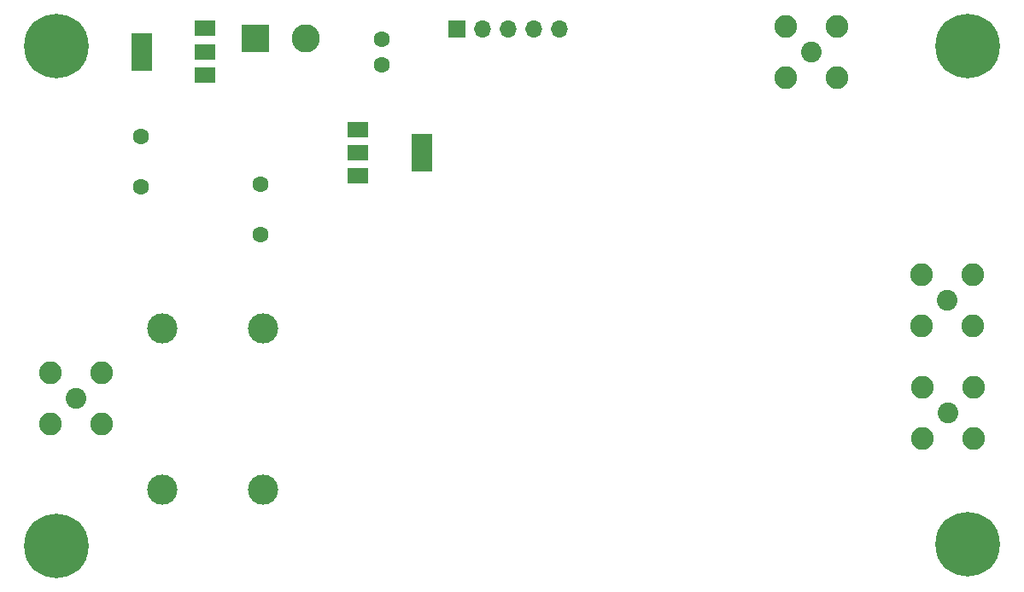
<source format=gbr>
%TF.GenerationSoftware,KiCad,Pcbnew,(6.0.0)*%
%TF.CreationDate,2022-06-16T16:12:24+02:00*%
%TF.ProjectId,sdrt41,73647274-3431-42e6-9b69-6361645f7063,rev?*%
%TF.SameCoordinates,Original*%
%TF.FileFunction,Soldermask,Bot*%
%TF.FilePolarity,Negative*%
%FSLAX46Y46*%
G04 Gerber Fmt 4.6, Leading zero omitted, Abs format (unit mm)*
G04 Created by KiCad (PCBNEW (6.0.0)) date 2022-06-16 16:12:24*
%MOMM*%
%LPD*%
G01*
G04 APERTURE LIST*
%ADD10C,2.050000*%
%ADD11C,2.250000*%
%ADD12C,0.800000*%
%ADD13C,6.400000*%
%ADD14C,1.600000*%
%ADD15R,2.800000X2.800000*%
%ADD16C,2.800000*%
%ADD17C,3.000000*%
%ADD18R,1.700000X1.700000*%
%ADD19O,1.700000X1.700000*%
%ADD20R,2.000000X1.500000*%
%ADD21R,2.000000X3.800000*%
G04 APERTURE END LIST*
D10*
%TO.C,J6*%
X116586000Y-92710000D03*
D11*
X119126000Y-90170000D03*
X114046000Y-90170000D03*
X119126000Y-95250000D03*
X114046000Y-95250000D03*
%TD*%
D12*
%TO.C,H1*%
X116920944Y-69197056D03*
X121018000Y-67500000D03*
X120315056Y-65802944D03*
X120315056Y-69197056D03*
D13*
X118618000Y-67500000D03*
D12*
X118618000Y-65100000D03*
X116920944Y-65802944D03*
X118618000Y-69900000D03*
X116218000Y-67500000D03*
%TD*%
D10*
%TO.C,J4*%
X103124000Y-68072000D03*
D11*
X100584000Y-65532000D03*
X105664000Y-65532000D03*
X105664000Y-70612000D03*
X100584000Y-70612000D03*
%TD*%
D10*
%TO.C,J2*%
X30226000Y-102489000D03*
D11*
X32766000Y-105029000D03*
X32766000Y-99949000D03*
X27686000Y-105029000D03*
X27686000Y-99949000D03*
%TD*%
D10*
%TO.C,J5*%
X116713000Y-103886000D03*
D11*
X119253000Y-101346000D03*
X119253000Y-106426000D03*
X114173000Y-106426000D03*
X114173000Y-101346000D03*
%TD*%
D14*
%TO.C,C5*%
X60579000Y-69342000D03*
X60579000Y-66842000D03*
%TD*%
D12*
%TO.C,H4*%
X26623944Y-69197056D03*
X30018056Y-69197056D03*
X30018056Y-65802944D03*
X26623944Y-65802944D03*
X28321000Y-69900000D03*
X30721000Y-67500000D03*
X28321000Y-65100000D03*
X25921000Y-67500000D03*
D13*
X28321000Y-67500000D03*
%TD*%
D15*
%TO.C,J1*%
X48046000Y-66782000D03*
D16*
X53046000Y-66782000D03*
%TD*%
D17*
%TO.C,T1*%
X38815000Y-95505000D03*
X38815000Y-111505000D03*
X48815000Y-95505000D03*
X48815000Y-111505000D03*
%TD*%
D14*
%TO.C,C4*%
X36703000Y-76494000D03*
X36703000Y-81494000D03*
%TD*%
D18*
%TO.C,J3*%
X68025000Y-65850000D03*
D19*
X70565000Y-65850000D03*
X73105000Y-65850000D03*
X75645000Y-65850000D03*
X78185000Y-65850000D03*
%TD*%
D12*
%TO.C,H2*%
X118618000Y-114567000D03*
X118618000Y-119367000D03*
X116920944Y-118664056D03*
X121018000Y-116967000D03*
X116218000Y-116967000D03*
D13*
X118618000Y-116967000D03*
D12*
X116920944Y-115269944D03*
X120315056Y-115269944D03*
X120315056Y-118664056D03*
%TD*%
D14*
%TO.C,C1*%
X48514000Y-81193000D03*
X48514000Y-86193000D03*
%TD*%
D12*
%TO.C,H3*%
X25921000Y-117094000D03*
X30721000Y-117094000D03*
X30018056Y-118791056D03*
X26623944Y-118791056D03*
X30018056Y-115396944D03*
X28321000Y-119494000D03*
X26623944Y-115396944D03*
D13*
X28321000Y-117094000D03*
D12*
X28321000Y-114694000D03*
%TD*%
D20*
%TO.C,U2*%
X58191000Y-80405000D03*
D21*
X64491000Y-78105000D03*
D20*
X58191000Y-78105000D03*
X58191000Y-75805000D03*
%TD*%
%TO.C,U1*%
X43028000Y-65772000D03*
D21*
X36728000Y-68072000D03*
D20*
X43028000Y-68072000D03*
X43028000Y-70372000D03*
%TD*%
M02*

</source>
